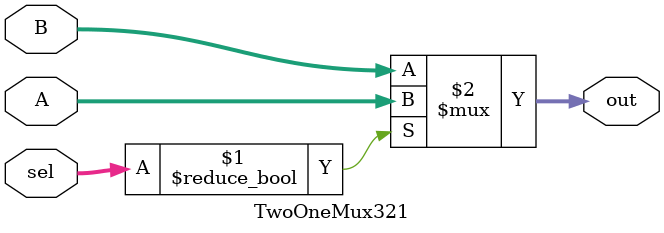
<source format=v>
`timescale 1ns / 1ps
module TwoOneMux321(
    input [31:0] A,
    input [31:0] B,
    input [1:0] sel,
    output [31:0] out
    );
	 
	 assign out = (sel) ? A:B;


endmodule

</source>
